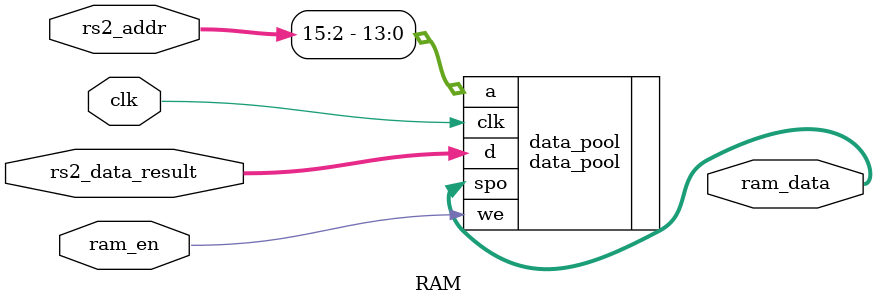
<source format=v>
module RAM (
    input         clk            ,
    input         ram_en         ,
    input  [31:0] rs2_addr       ,
    input  [31:0] rs2_data_result,
    output [31:0] ram_data        
);
//**************************************************//
//---------------------- module --------------------//
//**************************************************//
data_pool data_pool (
    .clk  ( clk             ),
    .we   ( ram_en          ),
    .a    ( rs2_addr[15:2]  ),
    .d    ( rs2_data_result ),
    .spo  ( ram_data        )
);

endmodule

</source>
